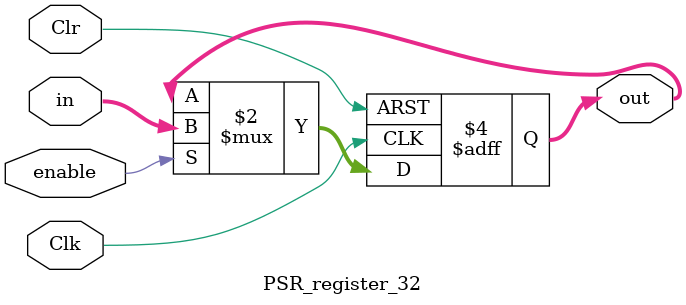
<source format=v>
module PSR_register_32 (output reg [31:0] out, input wire [31:0] in, input wire enable, Clr, Clk);
always @ (posedge Clk, posedge Clr)
	if (Clr) out <= 32'h00000023; // Restore CWP and ET to default
	else if (enable) out <= in; 
endmodule

</source>
